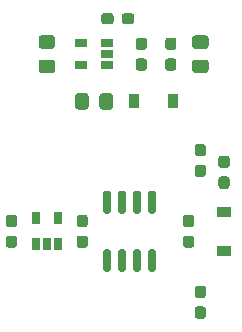
<source format=gtp>
G04 #@! TF.GenerationSoftware,KiCad,Pcbnew,5.1.6-c6e7f7d~87~ubuntu18.04.1*
G04 #@! TF.CreationDate,2021-01-03T20:00:45-05:00*
G04 #@! TF.ProjectId,entropy,656e7472-6f70-4792-9e6b-696361645f70,rev?*
G04 #@! TF.SameCoordinates,Original*
G04 #@! TF.FileFunction,Paste,Top*
G04 #@! TF.FilePolarity,Positive*
%FSLAX46Y46*%
G04 Gerber Fmt 4.6, Leading zero omitted, Abs format (unit mm)*
G04 Created by KiCad (PCBNEW 5.1.6-c6e7f7d~87~ubuntu18.04.1) date 2021-01-03 20:00:45*
%MOMM*%
%LPD*%
G01*
G04 APERTURE LIST*
%ADD10R,0.900000X1.200000*%
%ADD11R,1.200000X0.900000*%
%ADD12R,1.060000X0.650000*%
%ADD13R,0.650000X1.060000*%
G04 APERTURE END LIST*
G36*
G01*
X164450001Y-117550000D02*
X163549999Y-117550000D01*
G75*
G02*
X163300000Y-117300001I0J249999D01*
G01*
X163300000Y-116649999D01*
G75*
G02*
X163549999Y-116400000I249999J0D01*
G01*
X164450001Y-116400000D01*
G75*
G02*
X164700000Y-116649999I0J-249999D01*
G01*
X164700000Y-117300001D01*
G75*
G02*
X164450001Y-117550000I-249999J0D01*
G01*
G37*
G36*
G01*
X164450001Y-119600000D02*
X163549999Y-119600000D01*
G75*
G02*
X163300000Y-119350001I0J249999D01*
G01*
X163300000Y-118699999D01*
G75*
G02*
X163549999Y-118450000I249999J0D01*
G01*
X164450001Y-118450000D01*
G75*
G02*
X164700000Y-118699999I0J-249999D01*
G01*
X164700000Y-119350001D01*
G75*
G02*
X164450001Y-119600000I-249999J0D01*
G01*
G37*
G36*
G01*
X174737500Y-117650000D02*
X174262500Y-117650000D01*
G75*
G02*
X174025000Y-117412500I0J237500D01*
G01*
X174025000Y-116837500D01*
G75*
G02*
X174262500Y-116600000I237500J0D01*
G01*
X174737500Y-116600000D01*
G75*
G02*
X174975000Y-116837500I0J-237500D01*
G01*
X174975000Y-117412500D01*
G75*
G02*
X174737500Y-117650000I-237500J0D01*
G01*
G37*
G36*
G01*
X174737500Y-119400000D02*
X174262500Y-119400000D01*
G75*
G02*
X174025000Y-119162500I0J237500D01*
G01*
X174025000Y-118587500D01*
G75*
G02*
X174262500Y-118350000I237500J0D01*
G01*
X174737500Y-118350000D01*
G75*
G02*
X174975000Y-118587500I0J-237500D01*
G01*
X174975000Y-119162500D01*
G75*
G02*
X174737500Y-119400000I-237500J0D01*
G01*
G37*
G36*
G01*
X177450001Y-119600000D02*
X176549999Y-119600000D01*
G75*
G02*
X176300000Y-119350001I0J249999D01*
G01*
X176300000Y-118699999D01*
G75*
G02*
X176549999Y-118450000I249999J0D01*
G01*
X177450001Y-118450000D01*
G75*
G02*
X177700000Y-118699999I0J-249999D01*
G01*
X177700000Y-119350001D01*
G75*
G02*
X177450001Y-119600000I-249999J0D01*
G01*
G37*
G36*
G01*
X177450001Y-117550000D02*
X176549999Y-117550000D01*
G75*
G02*
X176300000Y-117300001I0J249999D01*
G01*
X176300000Y-116649999D01*
G75*
G02*
X176549999Y-116400000I249999J0D01*
G01*
X177450001Y-116400000D01*
G75*
G02*
X177700000Y-116649999I0J-249999D01*
G01*
X177700000Y-117300001D01*
G75*
G02*
X177450001Y-117550000I-249999J0D01*
G01*
G37*
G36*
G01*
X175762500Y-131600000D02*
X176237500Y-131600000D01*
G75*
G02*
X176475000Y-131837500I0J-237500D01*
G01*
X176475000Y-132412500D01*
G75*
G02*
X176237500Y-132650000I-237500J0D01*
G01*
X175762500Y-132650000D01*
G75*
G02*
X175525000Y-132412500I0J237500D01*
G01*
X175525000Y-131837500D01*
G75*
G02*
X175762500Y-131600000I237500J0D01*
G01*
G37*
G36*
G01*
X175762500Y-133350000D02*
X176237500Y-133350000D01*
G75*
G02*
X176475000Y-133587500I0J-237500D01*
G01*
X176475000Y-134162500D01*
G75*
G02*
X176237500Y-134400000I-237500J0D01*
G01*
X175762500Y-134400000D01*
G75*
G02*
X175525000Y-134162500I0J237500D01*
G01*
X175525000Y-133587500D01*
G75*
G02*
X175762500Y-133350000I237500J0D01*
G01*
G37*
G36*
G01*
X166762500Y-131600000D02*
X167237500Y-131600000D01*
G75*
G02*
X167475000Y-131837500I0J-237500D01*
G01*
X167475000Y-132412500D01*
G75*
G02*
X167237500Y-132650000I-237500J0D01*
G01*
X166762500Y-132650000D01*
G75*
G02*
X166525000Y-132412500I0J237500D01*
G01*
X166525000Y-131837500D01*
G75*
G02*
X166762500Y-131600000I237500J0D01*
G01*
G37*
G36*
G01*
X166762500Y-133350000D02*
X167237500Y-133350000D01*
G75*
G02*
X167475000Y-133587500I0J-237500D01*
G01*
X167475000Y-134162500D01*
G75*
G02*
X167237500Y-134400000I-237500J0D01*
G01*
X166762500Y-134400000D01*
G75*
G02*
X166525000Y-134162500I0J237500D01*
G01*
X166525000Y-133587500D01*
G75*
G02*
X166762500Y-133350000I237500J0D01*
G01*
G37*
G36*
G01*
X160762500Y-133350000D02*
X161237500Y-133350000D01*
G75*
G02*
X161475000Y-133587500I0J-237500D01*
G01*
X161475000Y-134162500D01*
G75*
G02*
X161237500Y-134400000I-237500J0D01*
G01*
X160762500Y-134400000D01*
G75*
G02*
X160525000Y-134162500I0J237500D01*
G01*
X160525000Y-133587500D01*
G75*
G02*
X160762500Y-133350000I237500J0D01*
G01*
G37*
G36*
G01*
X160762500Y-131600000D02*
X161237500Y-131600000D01*
G75*
G02*
X161475000Y-131837500I0J-237500D01*
G01*
X161475000Y-132412500D01*
G75*
G02*
X161237500Y-132650000I-237500J0D01*
G01*
X160762500Y-132650000D01*
G75*
G02*
X160525000Y-132412500I0J237500D01*
G01*
X160525000Y-131837500D01*
G75*
G02*
X160762500Y-131600000I237500J0D01*
G01*
G37*
D10*
X171350000Y-122000000D03*
X174650000Y-122000000D03*
D11*
X179000000Y-134650000D03*
X179000000Y-131350000D03*
G36*
G01*
X166400000Y-122450001D02*
X166400000Y-121549999D01*
G75*
G02*
X166649999Y-121300000I249999J0D01*
G01*
X167300001Y-121300000D01*
G75*
G02*
X167550000Y-121549999I0J-249999D01*
G01*
X167550000Y-122450001D01*
G75*
G02*
X167300001Y-122700000I-249999J0D01*
G01*
X166649999Y-122700000D01*
G75*
G02*
X166400000Y-122450001I0J249999D01*
G01*
G37*
G36*
G01*
X168450000Y-122450001D02*
X168450000Y-121549999D01*
G75*
G02*
X168699999Y-121300000I249999J0D01*
G01*
X169350001Y-121300000D01*
G75*
G02*
X169600000Y-121549999I0J-249999D01*
G01*
X169600000Y-122450001D01*
G75*
G02*
X169350001Y-122700000I-249999J0D01*
G01*
X168699999Y-122700000D01*
G75*
G02*
X168450000Y-122450001I0J249999D01*
G01*
G37*
G36*
G01*
X172237500Y-119400000D02*
X171762500Y-119400000D01*
G75*
G02*
X171525000Y-119162500I0J237500D01*
G01*
X171525000Y-118587500D01*
G75*
G02*
X171762500Y-118350000I237500J0D01*
G01*
X172237500Y-118350000D01*
G75*
G02*
X172475000Y-118587500I0J-237500D01*
G01*
X172475000Y-119162500D01*
G75*
G02*
X172237500Y-119400000I-237500J0D01*
G01*
G37*
G36*
G01*
X172237500Y-117650000D02*
X171762500Y-117650000D01*
G75*
G02*
X171525000Y-117412500I0J237500D01*
G01*
X171525000Y-116837500D01*
G75*
G02*
X171762500Y-116600000I237500J0D01*
G01*
X172237500Y-116600000D01*
G75*
G02*
X172475000Y-116837500I0J-237500D01*
G01*
X172475000Y-117412500D01*
G75*
G02*
X172237500Y-117650000I-237500J0D01*
G01*
G37*
G36*
G01*
X169650000Y-114762500D02*
X169650000Y-115237500D01*
G75*
G02*
X169412500Y-115475000I-237500J0D01*
G01*
X168837500Y-115475000D01*
G75*
G02*
X168600000Y-115237500I0J237500D01*
G01*
X168600000Y-114762500D01*
G75*
G02*
X168837500Y-114525000I237500J0D01*
G01*
X169412500Y-114525000D01*
G75*
G02*
X169650000Y-114762500I0J-237500D01*
G01*
G37*
G36*
G01*
X171400000Y-114762500D02*
X171400000Y-115237500D01*
G75*
G02*
X171162500Y-115475000I-237500J0D01*
G01*
X170587500Y-115475000D01*
G75*
G02*
X170350000Y-115237500I0J237500D01*
G01*
X170350000Y-114762500D01*
G75*
G02*
X170587500Y-114525000I237500J0D01*
G01*
X171162500Y-114525000D01*
G75*
G02*
X171400000Y-114762500I0J-237500D01*
G01*
G37*
G36*
G01*
X178762500Y-128350000D02*
X179237500Y-128350000D01*
G75*
G02*
X179475000Y-128587500I0J-237500D01*
G01*
X179475000Y-129162500D01*
G75*
G02*
X179237500Y-129400000I-237500J0D01*
G01*
X178762500Y-129400000D01*
G75*
G02*
X178525000Y-129162500I0J237500D01*
G01*
X178525000Y-128587500D01*
G75*
G02*
X178762500Y-128350000I237500J0D01*
G01*
G37*
G36*
G01*
X178762500Y-126600000D02*
X179237500Y-126600000D01*
G75*
G02*
X179475000Y-126837500I0J-237500D01*
G01*
X179475000Y-127412500D01*
G75*
G02*
X179237500Y-127650000I-237500J0D01*
G01*
X178762500Y-127650000D01*
G75*
G02*
X178525000Y-127412500I0J237500D01*
G01*
X178525000Y-126837500D01*
G75*
G02*
X178762500Y-126600000I237500J0D01*
G01*
G37*
G36*
G01*
X177237500Y-140400000D02*
X176762500Y-140400000D01*
G75*
G02*
X176525000Y-140162500I0J237500D01*
G01*
X176525000Y-139587500D01*
G75*
G02*
X176762500Y-139350000I237500J0D01*
G01*
X177237500Y-139350000D01*
G75*
G02*
X177475000Y-139587500I0J-237500D01*
G01*
X177475000Y-140162500D01*
G75*
G02*
X177237500Y-140400000I-237500J0D01*
G01*
G37*
G36*
G01*
X177237500Y-138650000D02*
X176762500Y-138650000D01*
G75*
G02*
X176525000Y-138412500I0J237500D01*
G01*
X176525000Y-137837500D01*
G75*
G02*
X176762500Y-137600000I237500J0D01*
G01*
X177237500Y-137600000D01*
G75*
G02*
X177475000Y-137837500I0J-237500D01*
G01*
X177475000Y-138412500D01*
G75*
G02*
X177237500Y-138650000I-237500J0D01*
G01*
G37*
G36*
G01*
X176762500Y-125600000D02*
X177237500Y-125600000D01*
G75*
G02*
X177475000Y-125837500I0J-237500D01*
G01*
X177475000Y-126412500D01*
G75*
G02*
X177237500Y-126650000I-237500J0D01*
G01*
X176762500Y-126650000D01*
G75*
G02*
X176525000Y-126412500I0J237500D01*
G01*
X176525000Y-125837500D01*
G75*
G02*
X176762500Y-125600000I237500J0D01*
G01*
G37*
G36*
G01*
X176762500Y-127350000D02*
X177237500Y-127350000D01*
G75*
G02*
X177475000Y-127587500I0J-237500D01*
G01*
X177475000Y-128162500D01*
G75*
G02*
X177237500Y-128400000I-237500J0D01*
G01*
X176762500Y-128400000D01*
G75*
G02*
X176525000Y-128162500I0J237500D01*
G01*
X176525000Y-127587500D01*
G75*
G02*
X176762500Y-127350000I237500J0D01*
G01*
G37*
D12*
X169100000Y-118950000D03*
X169100000Y-118000000D03*
X169100000Y-117050000D03*
X166900000Y-117050000D03*
X166900000Y-118950000D03*
G36*
G01*
X169245000Y-136450000D02*
X168945000Y-136450000D01*
G75*
G02*
X168795000Y-136300000I0J150000D01*
G01*
X168795000Y-134650000D01*
G75*
G02*
X168945000Y-134500000I150000J0D01*
G01*
X169245000Y-134500000D01*
G75*
G02*
X169395000Y-134650000I0J-150000D01*
G01*
X169395000Y-136300000D01*
G75*
G02*
X169245000Y-136450000I-150000J0D01*
G01*
G37*
G36*
G01*
X170515000Y-136450000D02*
X170215000Y-136450000D01*
G75*
G02*
X170065000Y-136300000I0J150000D01*
G01*
X170065000Y-134650000D01*
G75*
G02*
X170215000Y-134500000I150000J0D01*
G01*
X170515000Y-134500000D01*
G75*
G02*
X170665000Y-134650000I0J-150000D01*
G01*
X170665000Y-136300000D01*
G75*
G02*
X170515000Y-136450000I-150000J0D01*
G01*
G37*
G36*
G01*
X171785000Y-136450000D02*
X171485000Y-136450000D01*
G75*
G02*
X171335000Y-136300000I0J150000D01*
G01*
X171335000Y-134650000D01*
G75*
G02*
X171485000Y-134500000I150000J0D01*
G01*
X171785000Y-134500000D01*
G75*
G02*
X171935000Y-134650000I0J-150000D01*
G01*
X171935000Y-136300000D01*
G75*
G02*
X171785000Y-136450000I-150000J0D01*
G01*
G37*
G36*
G01*
X173055000Y-136450000D02*
X172755000Y-136450000D01*
G75*
G02*
X172605000Y-136300000I0J150000D01*
G01*
X172605000Y-134650000D01*
G75*
G02*
X172755000Y-134500000I150000J0D01*
G01*
X173055000Y-134500000D01*
G75*
G02*
X173205000Y-134650000I0J-150000D01*
G01*
X173205000Y-136300000D01*
G75*
G02*
X173055000Y-136450000I-150000J0D01*
G01*
G37*
G36*
G01*
X173055000Y-131500000D02*
X172755000Y-131500000D01*
G75*
G02*
X172605000Y-131350000I0J150000D01*
G01*
X172605000Y-129700000D01*
G75*
G02*
X172755000Y-129550000I150000J0D01*
G01*
X173055000Y-129550000D01*
G75*
G02*
X173205000Y-129700000I0J-150000D01*
G01*
X173205000Y-131350000D01*
G75*
G02*
X173055000Y-131500000I-150000J0D01*
G01*
G37*
G36*
G01*
X171785000Y-131500000D02*
X171485000Y-131500000D01*
G75*
G02*
X171335000Y-131350000I0J150000D01*
G01*
X171335000Y-129700000D01*
G75*
G02*
X171485000Y-129550000I150000J0D01*
G01*
X171785000Y-129550000D01*
G75*
G02*
X171935000Y-129700000I0J-150000D01*
G01*
X171935000Y-131350000D01*
G75*
G02*
X171785000Y-131500000I-150000J0D01*
G01*
G37*
G36*
G01*
X170515000Y-131500000D02*
X170215000Y-131500000D01*
G75*
G02*
X170065000Y-131350000I0J150000D01*
G01*
X170065000Y-129700000D01*
G75*
G02*
X170215000Y-129550000I150000J0D01*
G01*
X170515000Y-129550000D01*
G75*
G02*
X170665000Y-129700000I0J-150000D01*
G01*
X170665000Y-131350000D01*
G75*
G02*
X170515000Y-131500000I-150000J0D01*
G01*
G37*
G36*
G01*
X169245000Y-131500000D02*
X168945000Y-131500000D01*
G75*
G02*
X168795000Y-131350000I0J150000D01*
G01*
X168795000Y-129700000D01*
G75*
G02*
X168945000Y-129550000I150000J0D01*
G01*
X169245000Y-129550000D01*
G75*
G02*
X169395000Y-129700000I0J-150000D01*
G01*
X169395000Y-131350000D01*
G75*
G02*
X169245000Y-131500000I-150000J0D01*
G01*
G37*
D13*
X163050000Y-134100000D03*
X164000000Y-134100000D03*
X164950000Y-134100000D03*
X164950000Y-131900000D03*
X163050000Y-131900000D03*
M02*

</source>
